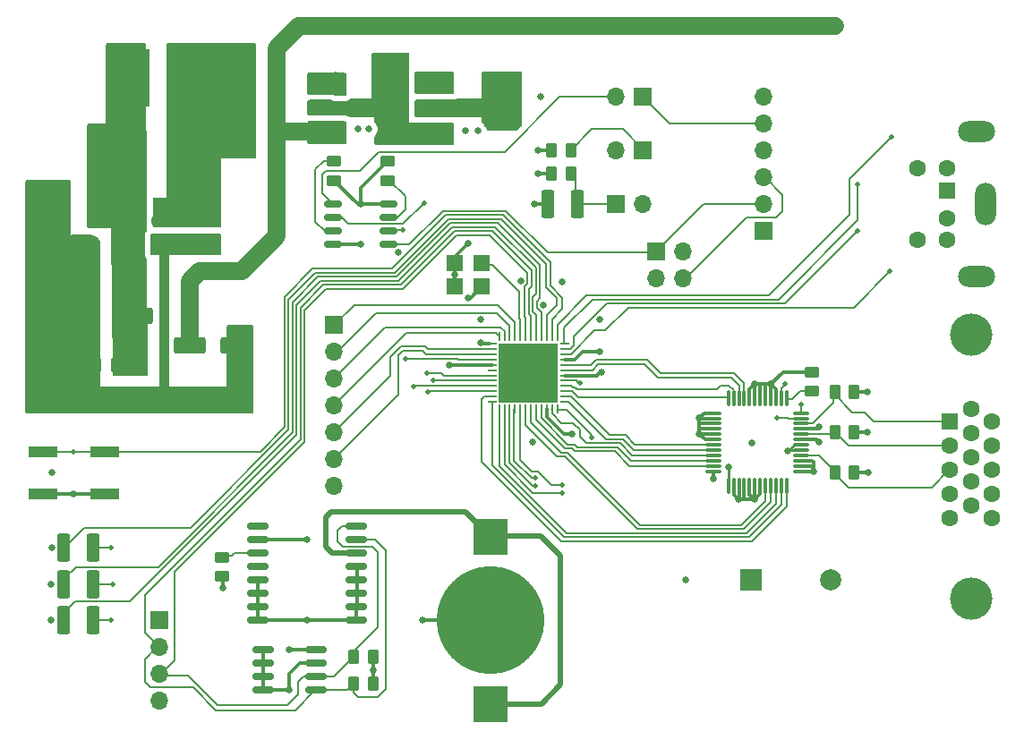
<source format=gbr>
%TF.GenerationSoftware,KiCad,Pcbnew,7.0.9-7.0.9~ubuntu20.04.1*%
%TF.CreationDate,2024-02-01T14:13:27+00:00*%
%TF.ProjectId,ICE40UPDevBoard,49434534-3055-4504-9465-76426f617264,rev?*%
%TF.SameCoordinates,Original*%
%TF.FileFunction,Copper,L1,Top*%
%TF.FilePolarity,Positive*%
%FSLAX46Y46*%
G04 Gerber Fmt 4.6, Leading zero omitted, Abs format (unit mm)*
G04 Created by KiCad (PCBNEW 7.0.9-7.0.9~ubuntu20.04.1) date 2024-02-01 14:13:27*
%MOMM*%
%LPD*%
G01*
G04 APERTURE LIST*
G04 Aperture macros list*
%AMRoundRect*
0 Rectangle with rounded corners*
0 $1 Rounding radius*
0 $2 $3 $4 $5 $6 $7 $8 $9 X,Y pos of 4 corners*
0 Add a 4 corners polygon primitive as box body*
4,1,4,$2,$3,$4,$5,$6,$7,$8,$9,$2,$3,0*
0 Add four circle primitives for the rounded corners*
1,1,$1+$1,$2,$3*
1,1,$1+$1,$4,$5*
1,1,$1+$1,$6,$7*
1,1,$1+$1,$8,$9*
0 Add four rect primitives between the rounded corners*
20,1,$1+$1,$2,$3,$4,$5,0*
20,1,$1+$1,$4,$5,$6,$7,0*
20,1,$1+$1,$6,$7,$8,$9,0*
20,1,$1+$1,$8,$9,$2,$3,0*%
G04 Aperture macros list end*
%TA.AperFunction,SMDPad,CuDef*%
%ADD10R,2.800000X1.000000*%
%TD*%
%TA.AperFunction,SMDPad,CuDef*%
%ADD11RoundRect,0.150000X-0.675000X-0.150000X0.675000X-0.150000X0.675000X0.150000X-0.675000X0.150000X0*%
%TD*%
%TA.AperFunction,ComponentPad*%
%ADD12R,1.700000X1.700000*%
%TD*%
%TA.AperFunction,ComponentPad*%
%ADD13O,1.700000X1.700000*%
%TD*%
%TA.AperFunction,SMDPad,CuDef*%
%ADD14RoundRect,0.250000X0.375000X1.075000X-0.375000X1.075000X-0.375000X-1.075000X0.375000X-1.075000X0*%
%TD*%
%TA.AperFunction,SMDPad,CuDef*%
%ADD15RoundRect,0.250000X0.450000X-0.262500X0.450000X0.262500X-0.450000X0.262500X-0.450000X-0.262500X0*%
%TD*%
%TA.AperFunction,SMDPad,CuDef*%
%ADD16RoundRect,0.250000X-0.262500X-0.450000X0.262500X-0.450000X0.262500X0.450000X-0.262500X0.450000X0*%
%TD*%
%TA.AperFunction,SMDPad,CuDef*%
%ADD17RoundRect,0.250000X-1.250000X-0.550000X1.250000X-0.550000X1.250000X0.550000X-1.250000X0.550000X0*%
%TD*%
%TA.AperFunction,ComponentPad*%
%ADD18R,2.300000X1.500000*%
%TD*%
%TA.AperFunction,ComponentPad*%
%ADD19O,2.300000X1.500000*%
%TD*%
%TA.AperFunction,SMDPad,CuDef*%
%ADD20RoundRect,0.250000X-0.375000X-1.075000X0.375000X-1.075000X0.375000X1.075000X-0.375000X1.075000X0*%
%TD*%
%TA.AperFunction,SMDPad,CuDef*%
%ADD21R,2.900000X5.400000*%
%TD*%
%TA.AperFunction,ComponentPad*%
%ADD22R,1.600000X1.600000*%
%TD*%
%TA.AperFunction,ComponentPad*%
%ADD23C,1.600000*%
%TD*%
%TA.AperFunction,ComponentPad*%
%ADD24O,3.500000X2.000000*%
%TD*%
%TA.AperFunction,ComponentPad*%
%ADD25O,2.000000X4.000000*%
%TD*%
%TA.AperFunction,SMDPad,CuDef*%
%ADD26R,2.000000X1.500000*%
%TD*%
%TA.AperFunction,SMDPad,CuDef*%
%ADD27R,2.000000X3.800000*%
%TD*%
%TA.AperFunction,SMDPad,CuDef*%
%ADD28RoundRect,0.250000X0.262500X0.450000X-0.262500X0.450000X-0.262500X-0.450000X0.262500X-0.450000X0*%
%TD*%
%TA.AperFunction,SMDPad,CuDef*%
%ADD29R,1.600000X1.500000*%
%TD*%
%TA.AperFunction,SMDPad,CuDef*%
%ADD30R,3.300000X3.500000*%
%TD*%
%TA.AperFunction,SMDPad,CuDef*%
%ADD31C,10.200000*%
%TD*%
%TA.AperFunction,ComponentPad*%
%ADD32R,2.000000X2.000000*%
%TD*%
%TA.AperFunction,ComponentPad*%
%ADD33C,2.000000*%
%TD*%
%TA.AperFunction,ComponentPad*%
%ADD34R,3.500000X3.500000*%
%TD*%
%TA.AperFunction,ComponentPad*%
%ADD35RoundRect,0.750000X-0.750000X-1.000000X0.750000X-1.000000X0.750000X1.000000X-0.750000X1.000000X0*%
%TD*%
%TA.AperFunction,ComponentPad*%
%ADD36RoundRect,0.875000X-0.875000X-0.875000X0.875000X-0.875000X0.875000X0.875000X-0.875000X0.875000X0*%
%TD*%
%TA.AperFunction,SMDPad,CuDef*%
%ADD37RoundRect,0.062500X-0.375000X-0.062500X0.375000X-0.062500X0.375000X0.062500X-0.375000X0.062500X0*%
%TD*%
%TA.AperFunction,SMDPad,CuDef*%
%ADD38RoundRect,0.062500X-0.062500X-0.375000X0.062500X-0.375000X0.062500X0.375000X-0.062500X0.375000X0*%
%TD*%
%TA.AperFunction,SMDPad,CuDef*%
%ADD39R,5.600000X5.600000*%
%TD*%
%TA.AperFunction,SMDPad,CuDef*%
%ADD40RoundRect,0.150000X-0.875000X-0.150000X0.875000X-0.150000X0.875000X0.150000X-0.875000X0.150000X0*%
%TD*%
%TA.AperFunction,SMDPad,CuDef*%
%ADD41RoundRect,0.075000X-0.662500X-0.075000X0.662500X-0.075000X0.662500X0.075000X-0.662500X0.075000X0*%
%TD*%
%TA.AperFunction,SMDPad,CuDef*%
%ADD42RoundRect,0.075000X-0.075000X-0.662500X0.075000X-0.662500X0.075000X0.662500X-0.075000X0.662500X0*%
%TD*%
%TA.AperFunction,SMDPad,CuDef*%
%ADD43RoundRect,0.250000X-0.475000X0.250000X-0.475000X-0.250000X0.475000X-0.250000X0.475000X0.250000X0*%
%TD*%
%TA.AperFunction,SMDPad,CuDef*%
%ADD44RoundRect,0.250000X0.250000X0.475000X-0.250000X0.475000X-0.250000X-0.475000X0.250000X-0.475000X0*%
%TD*%
%TA.AperFunction,ComponentPad*%
%ADD45C,4.000000*%
%TD*%
%TA.AperFunction,SMDPad,CuDef*%
%ADD46RoundRect,0.250000X-0.450000X0.262500X-0.450000X-0.262500X0.450000X-0.262500X0.450000X0.262500X0*%
%TD*%
%TA.AperFunction,SMDPad,CuDef*%
%ADD47RoundRect,0.250000X1.500000X0.550000X-1.500000X0.550000X-1.500000X-0.550000X1.500000X-0.550000X0*%
%TD*%
%TA.AperFunction,SMDPad,CuDef*%
%ADD48RoundRect,0.150000X-0.825000X-0.150000X0.825000X-0.150000X0.825000X0.150000X-0.825000X0.150000X0*%
%TD*%
%TA.AperFunction,ViaPad*%
%ADD49C,0.635000*%
%TD*%
%TA.AperFunction,ViaPad*%
%ADD50C,0.508000*%
%TD*%
%TA.AperFunction,ViaPad*%
%ADD51C,0.762000*%
%TD*%
%TA.AperFunction,Conductor*%
%ADD52C,0.508000*%
%TD*%
%TA.AperFunction,Conductor*%
%ADD53C,0.317500*%
%TD*%
%TA.AperFunction,Conductor*%
%ADD54C,0.190500*%
%TD*%
%TA.AperFunction,Conductor*%
%ADD55C,1.651000*%
%TD*%
%TA.AperFunction,Conductor*%
%ADD56C,0.254000*%
%TD*%
G04 APERTURE END LIST*
D10*
%TO.P,SW1,1,1*%
%TO.N,BUTTON0*%
X155342000Y-108490000D03*
X161142000Y-108490000D03*
%TO.P,SW1,2,2*%
%TO.N,GND*%
X155342000Y-112490000D03*
X161142000Y-112490000D03*
%TD*%
D11*
%TO.P,U6,1,~{CS}*%
%TO.N,Net-(J5-Pin_2)*%
X182795000Y-85090000D03*
%TO.P,U6,2,DO(IO1)*%
%TO.N,/FLASH_MISO*%
X182795000Y-86360000D03*
%TO.P,U6,3,IO2*%
%TO.N,Net-(U6-IO2)*%
X182795000Y-87630000D03*
%TO.P,U6,4,GND*%
%TO.N,GND*%
X182795000Y-88900000D03*
%TO.P,U6,5,DI(IO0)*%
%TO.N,/FLASH_MOSI*%
X188045000Y-88900000D03*
%TO.P,U6,6,CLK*%
%TO.N,/ICE_SCK*%
X188045000Y-87630000D03*
%TO.P,U6,7,IO3*%
%TO.N,Net-(U6-IO3)*%
X188045000Y-86360000D03*
%TO.P,U6,8,VCC*%
%TO.N,+3V3*%
X188045000Y-85090000D03*
%TD*%
D12*
%TO.P,J4,1,Pin_1*%
%TO.N,/~{CRESET_B}*%
X212090000Y-80010000D03*
D13*
%TO.P,J4,2,Pin_2*%
%TO.N,GND*%
X209550000Y-80010000D03*
%TD*%
D14*
%TO.P,D2,1,K*%
%TO.N,Net-(D2-K)*%
X205870000Y-85090000D03*
%TO.P,D2,2,A*%
%TO.N,+3V3*%
X203070000Y-85090000D03*
%TD*%
D15*
%TO.P,R26,1*%
%TO.N,+3V3*%
X172290000Y-120292500D03*
%TO.P,R26,2*%
%TO.N,RTCSQWAVE*%
X172290000Y-118467500D03*
%TD*%
D12*
%TO.P,J7,1,Pin_1*%
%TO.N,+3V3*%
X223520000Y-87630000D03*
D13*
%TO.P,J7,2,Pin_2*%
%TO.N,/FLASH_MOSI*%
X223520000Y-85090000D03*
%TO.P,J7,3,Pin_3*%
%TO.N,/FLASH_MISO*%
X223520000Y-82550000D03*
%TO.P,J7,4,Pin_4*%
%TO.N,/ICE_SCK*%
X223520000Y-80010000D03*
%TO.P,J7,5,Pin_5*%
%TO.N,/ICE_SS*%
X223520000Y-77470000D03*
%TO.P,J7,6,Pin_6*%
%TO.N,GND*%
X223520000Y-74930000D03*
%TD*%
D16*
%TO.P,R6,1*%
%TO.N,GREEN*%
X230227500Y-106680000D03*
%TO.P,R6,2*%
%TO.N,GND*%
X232052500Y-106680000D03*
%TD*%
D17*
%TO.P,C32,1*%
%TO.N,+5V*%
X169250000Y-98425000D03*
%TO.P,C32,2*%
%TO.N,GND*%
X173650000Y-98425000D03*
%TD*%
D12*
%TO.P,J8,1,Pin_1*%
%TO.N,USER0*%
X182880000Y-96520000D03*
D13*
%TO.P,J8,2,Pin_2*%
%TO.N,USER1*%
X182880000Y-99060000D03*
%TO.P,J8,3,Pin_3*%
%TO.N,USER2*%
X182880000Y-101600000D03*
%TO.P,J8,4,Pin_4*%
%TO.N,USER3*%
X182880000Y-104140000D03*
%TO.P,J8,5,Pin_5*%
%TO.N,USER4*%
X182880000Y-106680000D03*
%TO.P,J8,6,Pin_6*%
%TO.N,USER5*%
X182880000Y-109220000D03*
%TO.P,J8,7,Pin_7*%
%TO.N,GND*%
X182880000Y-111760000D03*
%TD*%
D18*
%TO.P,U8,1,+Vin*%
%TO.N,/VCCEXTI*%
X170419500Y-86360000D03*
D19*
%TO.P,U8,2,GND*%
%TO.N,GND*%
X170419500Y-88900000D03*
%TO.P,U8,3,+Vout*%
%TO.N,+5V*%
X170419500Y-91440000D03*
%TD*%
D12*
%TO.P,J5,1,Pin_1*%
%TO.N,/ICE_SS*%
X212095000Y-74930000D03*
D13*
%TO.P,J5,2,Pin_2*%
%TO.N,Net-(J5-Pin_2)*%
X209555000Y-74930000D03*
%TD*%
D20*
%TO.P,D3,1,K*%
%TO.N,LED0*%
X157286500Y-117602000D03*
%TO.P,D3,2,A*%
%TO.N,Net-(D3-A)*%
X160086500Y-117602000D03*
%TD*%
D16*
%TO.P,R7,1*%
%TO.N,BLUE*%
X230227500Y-110490000D03*
%TO.P,R7,2*%
%TO.N,GND*%
X232052500Y-110490000D03*
%TD*%
D21*
%TO.P,L1,1,1*%
%TO.N,/VCCEXT*%
X163960000Y-73152000D03*
%TO.P,L1,2,2*%
%TO.N,/VCCEXTI*%
X173860000Y-73152000D03*
%TD*%
D22*
%TO.P,J3,1*%
%TO.N,Net-(J3-Pad1)*%
X240825000Y-83790000D03*
D23*
%TO.P,J3,2*%
%TO.N,Net-(J3-Pad2)*%
X240825000Y-86390000D03*
%TO.P,J3,3*%
%TO.N,GND*%
X240825000Y-81690000D03*
%TO.P,J3,4*%
%TO.N,+5V*%
X240825000Y-88490000D03*
%TO.P,J3,5*%
%TO.N,Net-(J3-Pad5)*%
X238025000Y-81690000D03*
%TO.P,J3,6*%
%TO.N,Net-(J3-Pad6)*%
X238025000Y-88490000D03*
D24*
%TO.P,J3,7*%
%TO.N,N/C*%
X243675000Y-91940000D03*
D25*
X244475000Y-85090000D03*
D24*
X243675000Y-78240000D03*
%TD*%
D26*
%TO.P,U4,1,GND*%
%TO.N,GND*%
X181610000Y-73660000D03*
%TO.P,U4,2,VO*%
%TO.N,+3V3*%
X181610000Y-75960000D03*
D27*
X187910000Y-75960000D03*
D26*
%TO.P,U4,3,VI*%
%TO.N,+5V*%
X181610000Y-78260000D03*
%TD*%
D28*
%TO.P,R24,1*%
%TO.N,+3V3*%
X186537500Y-127889000D03*
%TO.P,R24,2*%
%TO.N,I2C_SCL*%
X184712500Y-127889000D03*
%TD*%
%TO.P,R19,1*%
%TO.N,Net-(D2-K)*%
X205255500Y-82169000D03*
%TO.P,R19,2*%
%TO.N,GND*%
X203430500Y-82169000D03*
%TD*%
D29*
%TO.P,X1,1,OE*%
%TO.N,+3V3*%
X194310000Y-92860000D03*
%TO.P,X1,2,GND*%
%TO.N,GND*%
X196850000Y-92860000D03*
%TO.P,X1,3,OUT*%
%TO.N,GLOBAL_CLK*%
X196850000Y-90660000D03*
%TO.P,X1,4,Vcc*%
%TO.N,+3V3*%
X194310000Y-90660000D03*
%TD*%
D28*
%TO.P,R25,1*%
%TO.N,+3V3*%
X186537500Y-130429000D03*
%TO.P,R25,2*%
%TO.N,I2C_SDA*%
X184712500Y-130429000D03*
%TD*%
D30*
%TO.P,BT1,1,+*%
%TO.N,/Other/VBAT*%
X197690000Y-132360000D03*
X197690000Y-116560000D03*
D31*
%TO.P,BT1,2,-*%
%TO.N,GND*%
X197690000Y-124460000D03*
%TD*%
D32*
%TO.P,SP1,1,1*%
%TO.N,Net-(R32-Pad2)*%
X222270000Y-120650000D03*
D33*
%TO.P,SP1,2,2*%
%TO.N,BUZZER*%
X229870000Y-120650000D03*
%TD*%
D34*
%TO.P,CON2,1*%
%TO.N,/VCCEXT*%
X161956000Y-85021500D03*
D35*
%TO.P,CON2,2*%
%TO.N,GND*%
X155956000Y-85021500D03*
D36*
%TO.P,CON2,3*%
X158956000Y-89721500D03*
%TD*%
D20*
%TO.P,D4,1,K*%
%TO.N,LED1*%
X157286500Y-121031000D03*
%TO.P,D4,2,A*%
%TO.N,Net-(D4-A)*%
X160086500Y-121031000D03*
%TD*%
D26*
%TO.P,U1,1,GND*%
%TO.N,GND*%
X191770000Y-73660000D03*
%TO.P,U1,2,VO*%
%TO.N,+1V2*%
X191770000Y-75960000D03*
D27*
X198070000Y-75960000D03*
D26*
%TO.P,U1,3,VI*%
%TO.N,+3V3*%
X191770000Y-78260000D03*
%TD*%
D15*
%TO.P,R4,1*%
%TO.N,Net-(U5D-RSET)*%
X228092000Y-102766500D03*
%TO.P,R4,2*%
%TO.N,GND*%
X228092000Y-100941500D03*
%TD*%
%TO.P,R23,1*%
%TO.N,+3V3*%
X182880000Y-82827500D03*
%TO.P,R23,2*%
%TO.N,Net-(U6-IO2)*%
X182880000Y-81002500D03*
%TD*%
D37*
%TO.P,U2,1,VCCIO_2*%
%TO.N,+3V3*%
X197792500Y-98280000D03*
%TO.P,U2,2,IOB_6a*%
%TO.N,USER4*%
X197792500Y-98780000D03*
%TO.P,U2,3,IOB_9b*%
%TO.N,USER5*%
X197792500Y-99280000D03*
%TO.P,U2,4,IOB_8a*%
%TO.N,BUZZER*%
X197792500Y-99780000D03*
%TO.P,U2,5,VCC*%
%TO.N,+1V2*%
X197792500Y-100280000D03*
%TO.P,U2,6,IOB_13b*%
%TO.N,unconnected-(U2B-IOB_13b-Pad6)*%
X197792500Y-100780000D03*
%TO.P,U2,7,CDONE*%
%TO.N,/CDONE*%
X197792500Y-101280000D03*
%TO.P,U2,8,~{CRESET}*%
%TO.N,/~{CRESET_B}*%
X197792500Y-101780000D03*
%TO.P,U2,9,IOB_16a*%
%TO.N,HSYNC*%
X197792500Y-102280000D03*
%TO.P,U2,10,IOB_18a*%
%TO.N,VSYNC*%
X197792500Y-102780000D03*
%TO.P,U2,11,IOB_20a*%
%TO.N,DACCLK*%
X197792500Y-103280000D03*
%TO.P,U2,12,IOB_22a*%
%TO.N,BLUE3*%
X197792500Y-103780000D03*
D38*
%TO.P,U2,13,IOB_24a*%
%TO.N,BLUE2*%
X198480000Y-104467500D03*
%TO.P,U2,14,IOB_32a_SPI_SO*%
%TO.N,/ICE_MISO*%
X198980000Y-104467500D03*
%TO.P,U2,15,IOB_34a_SPI_SCK*%
%TO.N,/ICE_SCK*%
X199480000Y-104467500D03*
%TO.P,U2,16,IOB_35b_SPI_SS*%
%TO.N,/ICE_SS*%
X199980000Y-104467500D03*
%TO.P,U2,17,IOB_33b_SPI_SI*%
%TO.N,/ICE_MOSI*%
X200480000Y-104467500D03*
%TO.P,U2,18,IOB_31b*%
%TO.N,BLUE1*%
X200980000Y-104467500D03*
%TO.P,U2,19,IOB_29b*%
%TO.N,BLUE0*%
X201480000Y-104467500D03*
%TO.P,U2,20,IOB_25b_G3*%
%TO.N,~{VGABLANK}*%
X201980000Y-104467500D03*
%TO.P,U2,21,IOB_23b*%
%TO.N,GREEN3*%
X202480000Y-104467500D03*
%TO.P,U2,22,SPI_VCCIO1*%
%TO.N,+3V3*%
X202980000Y-104467500D03*
%TO.P,U2,23,IOT_37a*%
%TO.N,GREEN2*%
X203480000Y-104467500D03*
%TO.P,U2,24,VPP_2V5*%
%TO.N,/VPP_2V5*%
X203980000Y-104467500D03*
D37*
%TO.P,U2,25,IOT_36b*%
%TO.N,GREEN1*%
X204667500Y-103780000D03*
%TO.P,U2,26,IOT_39a*%
%TO.N,GREEN0*%
X204667500Y-103280000D03*
%TO.P,U2,27,IOT_38b*%
%TO.N,RED3*%
X204667500Y-102780000D03*
%TO.P,U2,28,IOT_41a*%
%TO.N,RED2*%
X204667500Y-102280000D03*
%TO.P,U2,29,VCCPLL*%
%TO.N,Net-(U2D-VCCPLL)*%
X204667500Y-101780000D03*
%TO.P,U2,30,VCC*%
%TO.N,+1V2*%
X204667500Y-101280000D03*
%TO.P,U2,31,IOT_42b*%
%TO.N,RED1*%
X204667500Y-100780000D03*
%TO.P,U2,32,IOT_43a*%
%TO.N,RED0*%
X204667500Y-100280000D03*
%TO.P,U2,33,VCCIO_0*%
%TO.N,+3V3*%
X204667500Y-99780000D03*
%TO.P,U2,34,IOT_44b*%
%TO.N,PS2BCLK*%
X204667500Y-99280000D03*
%TO.P,U2,35,IOT_46b_G0*%
%TO.N,PS2BDATA*%
X204667500Y-98780000D03*
%TO.P,U2,36,IOT_48b*%
%TO.N,PS2ADATA*%
X204667500Y-98280000D03*
D38*
%TO.P,U2,37,IOT_45a_G1*%
%TO.N,PS2ACLK*%
X203980000Y-97592500D03*
%TO.P,U2,38,IOT_50b*%
%TO.N,BUTTON0*%
X203480000Y-97592500D03*
%TO.P,U2,39,RGB0*%
%TO.N,LED0*%
X202980000Y-97592500D03*
%TO.P,U2,40,RGB1*%
%TO.N,LED1*%
X202480000Y-97592500D03*
%TO.P,U2,41,RGB2*%
%TO.N,LED2*%
X201980000Y-97592500D03*
%TO.P,U2,42,IOT_51a*%
%TO.N,I2C_SDA*%
X201480000Y-97592500D03*
%TO.P,U2,43,IOT_49a*%
%TO.N,I2C_SCL*%
X200980000Y-97592500D03*
%TO.P,U2,44,IOB_3b_G6*%
%TO.N,GLOBAL_CLK*%
X200480000Y-97592500D03*
%TO.P,U2,45,IOB_5b*%
%TO.N,USER0*%
X199980000Y-97592500D03*
%TO.P,U2,46,IOB_0a*%
%TO.N,USER1*%
X199480000Y-97592500D03*
%TO.P,U2,47,IOB_2a*%
%TO.N,USER2*%
X198980000Y-97592500D03*
%TO.P,U2,48,IOB_4a*%
%TO.N,USER3*%
X198480000Y-97592500D03*
D39*
%TO.P,U2,49,GND*%
%TO.N,GND*%
X201230000Y-101030000D03*
%TD*%
D40*
%TO.P,U3,1,32KHZ*%
%TO.N,unconnected-(U3-32KHZ-Pad1)*%
X175690000Y-115570000D03*
%TO.P,U3,2,VCC*%
%TO.N,+3V3*%
X175690000Y-116840000D03*
%TO.P,U3,3,~{INT}/SQW*%
%TO.N,RTCSQWAVE*%
X175690000Y-118110000D03*
%TO.P,U3,4,~{RST}*%
%TO.N,unconnected-(U3-~{RST}-Pad4)*%
X175690000Y-119380000D03*
%TO.P,U3,5,GND*%
%TO.N,GND*%
X175690000Y-120650000D03*
%TO.P,U3,6,GND*%
X175690000Y-121920000D03*
%TO.P,U3,7,GND*%
X175690000Y-123190000D03*
%TO.P,U3,8,GND*%
X175690000Y-124460000D03*
%TO.P,U3,9,GND*%
X184990000Y-124460000D03*
%TO.P,U3,10,GND*%
X184990000Y-123190000D03*
%TO.P,U3,11,GND*%
X184990000Y-121920000D03*
%TO.P,U3,12,GND*%
X184990000Y-120650000D03*
%TO.P,U3,13,GND*%
X184990000Y-119380000D03*
%TO.P,U3,14,VBAT*%
%TO.N,/Other/VBAT*%
X184990000Y-118110000D03*
%TO.P,U3,15,SDA*%
%TO.N,I2C_SDA*%
X184990000Y-116840000D03*
%TO.P,U3,16,SCL*%
%TO.N,I2C_SCL*%
X184990000Y-115570000D03*
%TD*%
D41*
%TO.P,U5,1,G0*%
%TO.N,GND*%
X218752500Y-104847500D03*
%TO.P,U5,2,G1*%
X218752500Y-105347500D03*
%TO.P,U5,3,G2*%
X218752500Y-105847500D03*
%TO.P,U5,4,G3*%
X218752500Y-106347500D03*
%TO.P,U5,5,G4*%
X218752500Y-106847500D03*
%TO.P,U5,6,G5*%
X218752500Y-107347500D03*
%TO.P,U5,7,G6*%
%TO.N,GREEN0*%
X218752500Y-107847500D03*
%TO.P,U5,8,G7*%
%TO.N,GREEN1*%
X218752500Y-108347500D03*
%TO.P,U5,9,G8*%
%TO.N,GREEN2*%
X218752500Y-108847500D03*
%TO.P,U5,10,G9*%
%TO.N,GREEN3*%
X218752500Y-109347500D03*
%TO.P,U5,11,~{BLANK}*%
%TO.N,~{VGABLANK}*%
X218752500Y-109847500D03*
%TO.P,U5,12,~{SYNC}*%
%TO.N,GND*%
X218752500Y-110347500D03*
D42*
%TO.P,U5,13,VAA*%
%TO.N,+3.3VDAC*%
X220165000Y-111760000D03*
%TO.P,U5,14,B0*%
%TO.N,GND*%
X220665000Y-111760000D03*
%TO.P,U5,15,B1*%
X221165000Y-111760000D03*
%TO.P,U5,16,B2*%
X221665000Y-111760000D03*
%TO.P,U5,17,B3*%
X222165000Y-111760000D03*
%TO.P,U5,18,B4*%
X222665000Y-111760000D03*
%TO.P,U5,19,B5*%
X223165000Y-111760000D03*
%TO.P,U5,20,B6*%
%TO.N,BLUE0*%
X223665000Y-111760000D03*
%TO.P,U5,21,B7*%
%TO.N,BLUE1*%
X224165000Y-111760000D03*
%TO.P,U5,22,B8*%
%TO.N,BLUE2*%
X224665000Y-111760000D03*
%TO.P,U5,23,B9*%
%TO.N,BLUE3*%
X225165000Y-111760000D03*
%TO.P,U5,24,CLOCK*%
%TO.N,DACCLK*%
X225665000Y-111760000D03*
D41*
%TO.P,U5,25,GND*%
%TO.N,GND*%
X227077500Y-110347500D03*
%TO.P,U5,26,GND*%
X227077500Y-109847500D03*
%TO.P,U5,27,~{IOB}*%
X227077500Y-109347500D03*
%TO.P,U5,28,IOB*%
%TO.N,BLUE*%
X227077500Y-108847500D03*
%TO.P,U5,29,VAA*%
%TO.N,+3.3VDAC*%
X227077500Y-108347500D03*
%TO.P,U5,30,VAA*%
X227077500Y-107847500D03*
%TO.P,U5,31,~{IOG}*%
%TO.N,GND*%
X227077500Y-107347500D03*
%TO.P,U5,32,IOG*%
%TO.N,GREEN*%
X227077500Y-106847500D03*
%TO.P,U5,33,~{IOR}*%
%TO.N,GND*%
X227077500Y-106347500D03*
%TO.P,U5,34,IOR*%
%TO.N,RED*%
X227077500Y-105847500D03*
%TO.P,U5,35,COMP*%
%TO.N,Net-(U5D-COMP)*%
X227077500Y-105347500D03*
%TO.P,U5,36,VREF*%
%TO.N,Net-(U5D-VREF)*%
X227077500Y-104847500D03*
D42*
%TO.P,U5,37,RSET*%
%TO.N,Net-(U5D-RSET)*%
X225665000Y-103435000D03*
%TO.P,U5,38,~{PSAVE}*%
%TO.N,Net-(U5D-~{PSAVE})*%
X225165000Y-103435000D03*
%TO.P,U5,39,R0*%
%TO.N,GND*%
X224665000Y-103435000D03*
%TO.P,U5,40,R1*%
X224165000Y-103435000D03*
%TO.P,U5,41,R2*%
X223665000Y-103435000D03*
%TO.P,U5,42,R3*%
X223165000Y-103435000D03*
%TO.P,U5,43,R4*%
X222665000Y-103435000D03*
%TO.P,U5,44,R5*%
X222165000Y-103435000D03*
%TO.P,U5,45,R6*%
%TO.N,RED0*%
X221665000Y-103435000D03*
%TO.P,U5,46,R7*%
%TO.N,RED1*%
X221165000Y-103435000D03*
%TO.P,U5,47,R8*%
%TO.N,RED2*%
X220665000Y-103435000D03*
%TO.P,U5,48,R9*%
%TO.N,RED3*%
X220165000Y-103435000D03*
%TD*%
D12*
%TO.P,J1,1,Pin_1*%
%TO.N,Net-(D2-K)*%
X209550000Y-85090000D03*
D13*
%TO.P,J1,2,Pin_2*%
%TO.N,/CDONE*%
X212090000Y-85090000D03*
%TD*%
D12*
%TO.P,J6,1,Pin_1*%
%TO.N,/FLASH_MOSI*%
X213360000Y-89535000D03*
D13*
%TO.P,J6,2,Pin_2*%
%TO.N,/ICE_MISO*%
X215900000Y-89535000D03*
%TO.P,J6,3,Pin_3*%
%TO.N,/ICE_MOSI*%
X213360000Y-92075000D03*
%TO.P,J6,4,Pin_4*%
%TO.N,/FLASH_MISO*%
X215900000Y-92075000D03*
%TD*%
D20*
%TO.P,D5,1,K*%
%TO.N,LED2*%
X157286500Y-124460000D03*
%TO.P,D5,2,A*%
%TO.N,Net-(D5-A)*%
X160086500Y-124460000D03*
%TD*%
D43*
%TO.P,C31,1*%
%TO.N,/VCCEXTI*%
X166370000Y-86680000D03*
%TO.P,C31,2*%
%TO.N,GND*%
X166370000Y-88580000D03*
%TD*%
D12*
%TO.P,J9,1,Pin_1*%
%TO.N,+3V3*%
X166370000Y-124460000D03*
D13*
%TO.P,J9,2,Pin_2*%
%TO.N,I2C_SDA*%
X166370000Y-127000000D03*
%TO.P,J9,3,Pin_3*%
%TO.N,I2C_SCL*%
X166370000Y-129540000D03*
%TO.P,J9,4,Pin_4*%
%TO.N,GND*%
X166370000Y-132080000D03*
%TD*%
D16*
%TO.P,R3,1*%
%TO.N,+3V3*%
X203430500Y-80010000D03*
%TO.P,R3,2*%
%TO.N,/~{CRESET_B}*%
X205255500Y-80010000D03*
%TD*%
D44*
%TO.P,C30,1*%
%TO.N,/VCCEXT*%
X162240000Y-100330000D03*
%TO.P,C30,2*%
%TO.N,GND*%
X160340000Y-100330000D03*
%TD*%
D45*
%TO.P,J2,0*%
%TO.N,GND*%
X243160669Y-122434669D03*
X243160669Y-97434669D03*
D22*
%TO.P,J2,1*%
%TO.N,RED*%
X241110669Y-105619669D03*
D23*
%TO.P,J2,2*%
%TO.N,GREEN*%
X241110669Y-107909669D03*
%TO.P,J2,3*%
%TO.N,BLUE*%
X241110669Y-110199669D03*
%TO.P,J2,4*%
%TO.N,unconnected-(J2-Pad4)*%
X241110669Y-112489669D03*
%TO.P,J2,5*%
%TO.N,GND*%
X241110669Y-114779669D03*
%TO.P,J2,6*%
X243090669Y-104474669D03*
%TO.P,J2,7*%
X243090669Y-106764669D03*
%TO.P,J2,8*%
X243090669Y-109054669D03*
%TO.P,J2,9*%
%TO.N,unconnected-(J2-Pad9)*%
X243090669Y-111344669D03*
%TO.P,J2,10*%
%TO.N,GND*%
X243090669Y-113634669D03*
%TO.P,J2,11*%
%TO.N,unconnected-(J2-Pad11)*%
X245070669Y-105619669D03*
%TO.P,J2,12*%
%TO.N,unconnected-(J2-Pad12)*%
X245070669Y-107909669D03*
%TO.P,J2,13*%
%TO.N,Net-(J2-Pad13)*%
X245070669Y-110199669D03*
%TO.P,J2,14*%
%TO.N,Net-(J2-Pad14)*%
X245070669Y-112489669D03*
%TO.P,J2,15*%
%TO.N,unconnected-(J2-Pad15)*%
X245070669Y-114779669D03*
%TD*%
D46*
%TO.P,R22,1*%
%TO.N,+3V3*%
X187960000Y-81002500D03*
%TO.P,R22,2*%
%TO.N,Net-(U6-IO3)*%
X187960000Y-82827500D03*
%TD*%
D16*
%TO.P,R1,1*%
%TO.N,RED*%
X230227500Y-102870000D03*
%TO.P,R1,2*%
%TO.N,GND*%
X232052500Y-102870000D03*
%TD*%
D47*
%TO.P,C29,1*%
%TO.N,/VCCEXT*%
X163990000Y-95631000D03*
%TO.P,C29,2*%
%TO.N,GND*%
X158590000Y-95631000D03*
%TD*%
D48*
%TO.P,U7,1,A0*%
%TO.N,GND*%
X176165000Y-127254000D03*
%TO.P,U7,2,A1*%
X176165000Y-128524000D03*
%TO.P,U7,3,A2*%
X176165000Y-129794000D03*
%TO.P,U7,4,GND*%
X176165000Y-131064000D03*
%TO.P,U7,5,SDA*%
%TO.N,I2C_SDA*%
X181115000Y-131064000D03*
%TO.P,U7,6,SCL*%
%TO.N,I2C_SCL*%
X181115000Y-129794000D03*
%TO.P,U7,7,WP*%
%TO.N,GND*%
X181115000Y-128524000D03*
%TO.P,U7,8,VCC*%
%TO.N,+3V3*%
X181115000Y-127254000D03*
%TD*%
D49*
%TO.N,GND*%
X157480000Y-97790000D03*
X170180000Y-103632000D03*
X162052000Y-103632000D03*
X224155000Y-102108000D03*
X228219000Y-110363000D03*
X228727000Y-106172000D03*
X168148000Y-103632000D03*
X196469000Y-78105000D03*
X200533000Y-92329000D03*
X201676000Y-107569000D03*
X186182000Y-77978000D03*
X218752500Y-111056500D03*
X183642000Y-73406000D03*
X200152000Y-102870000D03*
X157480000Y-100330000D03*
X203073000Y-99187000D03*
X233426000Y-110490000D03*
X233299000Y-106680000D03*
X154940000Y-95250000D03*
X185420000Y-88900000D03*
X217424000Y-106807000D03*
X157480000Y-102870000D03*
X217424000Y-105283000D03*
X228727000Y-107569000D03*
X193802000Y-73406000D03*
X158242000Y-112522000D03*
X201676000Y-102870000D03*
X196723000Y-96012000D03*
X200152000Y-99187000D03*
X154940000Y-92710000D03*
X174244000Y-103632000D03*
X221107000Y-113030000D03*
X203581000Y-102870000D03*
X202184000Y-82169000D03*
X204470000Y-92456000D03*
X191213000Y-124460000D03*
X183007000Y-72898000D03*
X222631000Y-102108000D03*
X154940000Y-97790000D03*
X216154000Y-120650000D03*
X159512000Y-103632000D03*
X195580000Y-93919000D03*
X201676000Y-99187000D03*
X166116000Y-103632000D03*
X208026000Y-96012000D03*
X222631000Y-113030000D03*
X164084000Y-103632000D03*
X203073000Y-100203000D03*
X178640000Y-131064000D03*
X185166000Y-77978000D03*
X195326000Y-78105000D03*
X233299000Y-102870000D03*
X154940000Y-100330000D03*
X199136000Y-100203000D03*
X180340000Y-124460000D03*
X172212000Y-103632000D03*
X154940000Y-90170000D03*
X193167000Y-72898000D03*
X154940000Y-102870000D03*
%TO.N,+3V3*%
X178640000Y-127254000D03*
X186537500Y-129159000D03*
X156083000Y-124460000D03*
X187833000Y-73152000D03*
X156210000Y-110490000D03*
X188722000Y-72898000D03*
X202438000Y-74930000D03*
X196723000Y-98171000D03*
X189865000Y-77978000D03*
X195580000Y-88755000D03*
X202184000Y-80010000D03*
X193167000Y-78994000D03*
X194310000Y-91760000D03*
X189611000Y-73914000D03*
X205359000Y-106807000D03*
X186817000Y-72898000D03*
X189611000Y-72009000D03*
X187833000Y-71247000D03*
X180340000Y-116840000D03*
X222377000Y-107696000D03*
X156083000Y-121031000D03*
X185420000Y-85090000D03*
X189611000Y-76708000D03*
X186817000Y-71247000D03*
X188849000Y-71247000D03*
X188976000Y-89662000D03*
X189611000Y-75565000D03*
X172339000Y-121412000D03*
X208026000Y-99060000D03*
X156146500Y-117602000D03*
X193802000Y-78486000D03*
X201803000Y-85090000D03*
X189865000Y-78867000D03*
%TO.N,+1V2*%
X193802000Y-100330000D03*
X199898000Y-75184000D03*
X199263000Y-72898000D03*
X202692000Y-94615000D03*
X208153000Y-100965000D03*
X197358000Y-72898000D03*
X198247000Y-72898000D03*
X199898000Y-77470000D03*
X199898000Y-76454000D03*
X199898000Y-73914000D03*
D50*
%TO.N,/VPP_2V5*%
X207200500Y-107124500D03*
D51*
%TO.N,+5V*%
X183642000Y-78486000D03*
X183007000Y-78994000D03*
X230251000Y-68199000D03*
X222377000Y-68199000D03*
X226314000Y-68199000D03*
D50*
%TO.N,Net-(U5D-COMP)*%
X224790000Y-105283000D03*
D49*
%TO.N,+3.3VDAC*%
X220165000Y-109982000D03*
X225806000Y-108458000D03*
D50*
%TO.N,Net-(U5D-VREF)*%
X227076000Y-104013000D03*
%TO.N,Net-(D3-A)*%
X161798000Y-117602000D03*
%TO.N,Net-(D4-A)*%
X161925000Y-121031000D03*
%TO.N,Net-(D5-A)*%
X161798000Y-124460000D03*
%TO.N,/CDONE*%
X191643000Y-101092000D03*
%TO.N,/~{CRESET_B}*%
X192278000Y-101727000D03*
%TO.N,/ICE_SS*%
X201930000Y-110998000D03*
%TO.N,/ICE_MISO*%
X204470000Y-112395000D03*
%TO.N,/ICE_MOSI*%
X204470000Y-111633000D03*
%TO.N,/FLASH_MISO*%
X191389000Y-84963000D03*
%TO.N,/ICE_SCK*%
X201930000Y-111760000D03*
X189357000Y-87503000D03*
%TO.N,Net-(U2D-VCCPLL)*%
X206121000Y-101981000D03*
%TO.N,Net-(U5D-~{PSAVE})*%
X225552000Y-102108000D03*
%TO.N,HSYNC*%
X190373000Y-102362000D03*
%TO.N,VSYNC*%
X191770000Y-102870000D03*
%TO.N,PS2BCLK*%
X235458000Y-91440000D03*
%TO.N,PS2BDATA*%
X232410000Y-87630000D03*
%TO.N,PS2ADATA*%
X232410000Y-83185000D03*
%TO.N,PS2ACLK*%
X235585000Y-78740000D03*
%TO.N,BUTTON0*%
X158242000Y-108522000D03*
%TO.N,BUZZER*%
X189611000Y-99695000D03*
%TD*%
D52*
%TO.N,/Other/VBAT*%
X182069000Y-117475000D02*
X182704000Y-118110000D01*
X202389000Y-116459000D02*
X197436000Y-116459000D01*
X182577000Y-114173000D02*
X182069000Y-114681000D01*
X182069000Y-114681000D02*
X182069000Y-117475000D01*
X195303000Y-114173000D02*
X182577000Y-114173000D01*
X182704000Y-118110000D02*
X184912000Y-118110000D01*
X202490000Y-132360000D02*
X204294000Y-130556000D01*
X197690000Y-116560000D02*
X195303000Y-114173000D01*
X197690000Y-132360000D02*
X202490000Y-132360000D01*
X204294000Y-118364000D02*
X202389000Y-116459000D01*
X204294000Y-130556000D02*
X204294000Y-118364000D01*
D53*
%TO.N,GND*%
X224155000Y-102108000D02*
X225321500Y-100941500D01*
X217464500Y-106847500D02*
X218752500Y-106847500D01*
X222165000Y-112564000D02*
X222631000Y-113030000D01*
X217424000Y-106299000D02*
X217424000Y-105918000D01*
X218752500Y-105847500D02*
X217494500Y-105847500D01*
X221665000Y-112980000D02*
X221615000Y-113030000D01*
X228092500Y-109347500D02*
X228219000Y-109474000D01*
X221615000Y-113030000D02*
X222631000Y-113030000D01*
X217494500Y-105847500D02*
X217424000Y-105918000D01*
X179656000Y-128524000D02*
X178640000Y-129540000D01*
X217964500Y-107347500D02*
X218752500Y-107347500D01*
X221107000Y-113030000D02*
X221165000Y-112972000D01*
X222631000Y-102108000D02*
X222665000Y-102142000D01*
X185420000Y-88900000D02*
X182880000Y-88900000D01*
X178640000Y-131064000D02*
X176227000Y-131064000D01*
X217424000Y-106807000D02*
X217964500Y-107347500D01*
X224155000Y-102108000D02*
X224165000Y-102118000D01*
X217424000Y-106807000D02*
X217424000Y-106299000D01*
X176165000Y-131064000D02*
X176165000Y-129732000D01*
X223647000Y-102108000D02*
X223266000Y-102108000D01*
X203430500Y-82169000D02*
X202184000Y-82169000D01*
X223665000Y-102126000D02*
X223647000Y-102108000D01*
X221665000Y-111760000D02*
X221665000Y-112980000D01*
X227077500Y-107347500D02*
X228505500Y-107347500D01*
X184990000Y-123239000D02*
X185039000Y-123190000D01*
X161210500Y-112522000D02*
X158242000Y-112522000D01*
X180340000Y-124460000D02*
X175641000Y-124460000D01*
X195791000Y-93919000D02*
X196850000Y-92860000D01*
X176165000Y-129794000D02*
X176165000Y-128586000D01*
X227957500Y-109847500D02*
X228219000Y-110109000D01*
X223165000Y-102209000D02*
X223266000Y-102108000D01*
X232052500Y-110490000D02*
X233426000Y-110490000D01*
X223165000Y-112496000D02*
X222631000Y-113030000D01*
X222165000Y-111760000D02*
X222165000Y-112564000D01*
X228505500Y-107347500D02*
X228727000Y-107569000D01*
X218752500Y-106347500D02*
X217472500Y-106347500D01*
X178640000Y-129540000D02*
X178640000Y-131064000D01*
X175690000Y-121920000D02*
X175690000Y-120855000D01*
X217859500Y-104847500D02*
X218752500Y-104847500D01*
X175690000Y-124460000D02*
X175690000Y-123239000D01*
X217488500Y-105347500D02*
X218752500Y-105347500D01*
X155273500Y-112522000D02*
X155241500Y-112554000D01*
X217424000Y-105283000D02*
X217859500Y-104847500D01*
X227077500Y-106347500D02*
X228551500Y-106347500D01*
X222665000Y-102142000D02*
X222665000Y-103435000D01*
X176165000Y-128524000D02*
X176165000Y-127316000D01*
X223266000Y-102108000D02*
X222631000Y-102108000D01*
X185039000Y-120777000D02*
X185039000Y-119507000D01*
X224155000Y-102108000D02*
X224665000Y-102618000D01*
X228551500Y-106347500D02*
X228727000Y-106172000D01*
X228203500Y-110347500D02*
X228219000Y-110363000D01*
X223165000Y-111760000D02*
X223165000Y-112496000D01*
X223665000Y-103435000D02*
X223665000Y-102126000D01*
X221165000Y-112972000D02*
X221165000Y-111760000D01*
X185039000Y-121920000D02*
X185039000Y-120777000D01*
X158242000Y-112522000D02*
X155273500Y-112522000D01*
X222165000Y-102574000D02*
X222165000Y-103435000D01*
X227077500Y-109847500D02*
X227957500Y-109847500D01*
X227077500Y-109347500D02*
X228092500Y-109347500D01*
X232052500Y-106680000D02*
X233299000Y-106680000D01*
X222665000Y-112996000D02*
X222631000Y-113030000D01*
X185039000Y-123190000D02*
X185039000Y-121920000D01*
X228219000Y-110109000D02*
X228219000Y-110363000D01*
X184990000Y-124460000D02*
X180340000Y-124460000D01*
X184990000Y-124460000D02*
X184990000Y-123239000D01*
X232052500Y-102870000D02*
X233299000Y-102870000D01*
X221107000Y-113030000D02*
X221615000Y-113030000D01*
X217424000Y-105283000D02*
X217488500Y-105347500D01*
X217472500Y-106347500D02*
X217424000Y-106299000D01*
X227077500Y-110347500D02*
X228203500Y-110347500D01*
X224165000Y-102118000D02*
X224165000Y-103435000D01*
X225321500Y-100941500D02*
X228092000Y-100941500D01*
X222665000Y-111760000D02*
X222665000Y-112996000D01*
X220665000Y-112588000D02*
X220665000Y-111760000D01*
X217424000Y-106807000D02*
X217464500Y-106847500D01*
X223165000Y-103435000D02*
X223165000Y-102209000D01*
X222631000Y-102108000D02*
X222165000Y-102574000D01*
X224155000Y-102108000D02*
X223647000Y-102108000D01*
X197690000Y-124460000D02*
X191213000Y-124460000D01*
X217424000Y-105918000D02*
X217424000Y-105283000D01*
X181115000Y-128524000D02*
X179656000Y-128524000D01*
X224665000Y-102618000D02*
X224665000Y-103435000D01*
X228219000Y-109474000D02*
X228219000Y-110363000D01*
X221107000Y-113030000D02*
X220665000Y-112588000D01*
X218752500Y-111056500D02*
X218752500Y-110347500D01*
X175690000Y-123190000D02*
X175690000Y-121998000D01*
X175690000Y-120855000D02*
X175768000Y-120777000D01*
X195580000Y-93919000D02*
X195791000Y-93919000D01*
%TO.N,+3V3*%
X186537500Y-127865500D02*
X186641000Y-127762000D01*
X205359000Y-106807000D02*
X204597000Y-106807000D01*
X186537500Y-130429000D02*
X186537500Y-127865500D01*
X188073000Y-75960000D02*
X188214000Y-75819000D01*
X208026000Y-99060000D02*
X206375000Y-99060000D01*
X205655000Y-99780000D02*
X204667500Y-99780000D01*
X185420000Y-85090000D02*
X187960000Y-85090000D01*
X185420000Y-83542500D02*
X185420000Y-85090000D01*
X178640000Y-127254000D02*
X181434000Y-127254000D01*
X203430500Y-80010000D02*
X202184000Y-80010000D01*
X175690000Y-116840000D02*
X180340000Y-116840000D01*
X196850000Y-98298000D02*
X197612000Y-98298000D01*
X202980000Y-105190000D02*
X202980000Y-104467500D01*
X195580000Y-88755000D02*
X194310000Y-90025000D01*
X206375000Y-99060000D02*
X205655000Y-99780000D01*
X204597000Y-106807000D02*
X202980000Y-105190000D01*
X194310000Y-90660000D02*
X194310000Y-93200000D01*
X182880000Y-82827500D02*
X185142500Y-85090000D01*
X194310000Y-90025000D02*
X194310000Y-90660000D01*
X172339000Y-120419500D02*
X172339000Y-121412000D01*
X187960000Y-81002500D02*
X185420000Y-83542500D01*
X196723000Y-98171000D02*
X196850000Y-98298000D01*
X203070000Y-85090000D02*
X201803000Y-85090000D01*
X185142500Y-85090000D02*
X185420000Y-85090000D01*
%TO.N,+1V2*%
X197048000Y-100280000D02*
X197792500Y-100280000D01*
X208026000Y-100965000D02*
X207711000Y-101280000D01*
X193802000Y-100330000D02*
X196998000Y-100330000D01*
X196998000Y-100330000D02*
X197048000Y-100280000D01*
X191657000Y-75960000D02*
X191643000Y-75946000D01*
X208153000Y-100965000D02*
X208026000Y-100965000D01*
X207711000Y-101280000D02*
X204667500Y-101280000D01*
D54*
%TO.N,/VPP_2V5*%
X207137000Y-107061000D02*
X207137000Y-106807000D01*
X207137000Y-106807000D02*
X204851000Y-104521000D01*
X207200500Y-107124500D02*
X207137000Y-107061000D01*
X204851000Y-104521000D02*
X203962000Y-104521000D01*
D55*
%TO.N,+5V*%
X230251000Y-68199000D02*
X222377000Y-68199000D01*
X177419000Y-70358000D02*
X177419000Y-78232000D01*
X169250000Y-97790000D02*
X169250000Y-92370000D01*
X177419000Y-88138000D02*
X177419000Y-78232000D01*
X179578000Y-68199000D02*
X177419000Y-70358000D01*
X177419000Y-78232000D02*
X181483000Y-78232000D01*
X222377000Y-68199000D02*
X179578000Y-68199000D01*
X170180000Y-91440000D02*
X174117000Y-91440000D01*
X169250000Y-92370000D02*
X170180000Y-91440000D01*
X181892000Y-78260000D02*
X181610000Y-78260000D01*
X174117000Y-91440000D02*
X177419000Y-88138000D01*
D54*
%TO.N,Net-(U5D-COMP)*%
X225870500Y-105347500D02*
X225806000Y-105283000D01*
X225806000Y-105283000D02*
X224790000Y-105283000D01*
X227077500Y-105347500D02*
X225870500Y-105347500D01*
D56*
%TO.N,+3.3VDAC*%
X225806000Y-108458000D02*
X225916500Y-108347500D01*
X220165000Y-109855000D02*
X220165000Y-111760000D01*
X226416500Y-107847500D02*
X227077500Y-107847500D01*
X225806000Y-108458000D02*
X226416500Y-107847500D01*
X225916500Y-108347500D02*
X227077500Y-108347500D01*
D54*
%TO.N,Net-(U5D-VREF)*%
X227076000Y-104013000D02*
X227076000Y-104902000D01*
%TO.N,Net-(D2-K)*%
X205255500Y-82169000D02*
X205740000Y-82653500D01*
X205740000Y-82653500D02*
X205740000Y-84709000D01*
X205740000Y-85090000D02*
X209550000Y-85090000D01*
%TO.N,Net-(D3-A)*%
X161861500Y-117602000D02*
X159956500Y-117602000D01*
%TO.N,LED0*%
X193675000Y-86487000D02*
X198658816Y-86487000D01*
X178562000Y-106426000D02*
X178562000Y-94107000D01*
X202946000Y-92964000D02*
X203962000Y-93980000D01*
X203962000Y-93980000D02*
X203962000Y-94615000D01*
X198658816Y-86487000D02*
X202946000Y-90774184D01*
X159258000Y-115697000D02*
X169291000Y-115697000D01*
X202946000Y-90774184D02*
X202946000Y-92964000D01*
X169291000Y-115697000D02*
X178562000Y-106426000D01*
X157286500Y-117602000D02*
X157353000Y-117602000D01*
X157353000Y-117602000D02*
X159258000Y-115697000D01*
X157670500Y-116713000D02*
X157670500Y-117729000D01*
X178562000Y-94107000D02*
X181102000Y-91567000D01*
X203962000Y-94615000D02*
X202980000Y-95597000D01*
X188595000Y-91567000D02*
X193675000Y-86487000D01*
X181102000Y-91567000D02*
X188595000Y-91567000D01*
X202980000Y-95597000D02*
X202980000Y-97592500D01*
%TO.N,Net-(D4-A)*%
X161798000Y-121031000D02*
X160528000Y-121031000D01*
%TO.N,LED1*%
X158432500Y-119405400D02*
X166217600Y-119405400D01*
X202480000Y-95292000D02*
X202480000Y-97592500D01*
X166217600Y-119405400D02*
X178943000Y-106680000D01*
X202057000Y-94284000D02*
X202057000Y-94869000D01*
X181356000Y-91948000D02*
X188753750Y-91948000D01*
X178943000Y-94361000D02*
X181356000Y-91948000D01*
X198374000Y-86868000D02*
X202361000Y-90855000D01*
X188753750Y-91948000D02*
X193833750Y-86868000D01*
X178943000Y-106680000D02*
X178943000Y-94361000D01*
X157286500Y-120551400D02*
X158432500Y-119405400D01*
X202361000Y-90855000D02*
X202361000Y-93980000D01*
X202361000Y-93980000D02*
X202057000Y-94284000D01*
X157286500Y-121031000D02*
X157286500Y-120551400D01*
X193833750Y-86868000D02*
X198374000Y-86868000D01*
X202057000Y-94869000D02*
X202480000Y-95292000D01*
%TO.N,Net-(D5-A)*%
X161798000Y-124460000D02*
X159893000Y-124460000D01*
%TO.N,LED2*%
X181610000Y-92329000D02*
X179324000Y-94615000D01*
X158369000Y-122682000D02*
X157286500Y-123764500D01*
X157286500Y-124460000D02*
X157286500Y-123891500D01*
X201980000Y-95554000D02*
X201676000Y-95250000D01*
X194056000Y-87249000D02*
X188976000Y-92329000D01*
X201980000Y-93549000D02*
X201980000Y-91109000D01*
X179324000Y-106934000D02*
X163576000Y-122682000D01*
X201676000Y-93853000D02*
X201980000Y-93549000D01*
X157286500Y-123764500D02*
X157286500Y-124460000D01*
X201980000Y-97592500D02*
X201980000Y-95554000D01*
X163576000Y-122682000D02*
X158369000Y-122682000D01*
X201676000Y-95250000D02*
X201676000Y-93853000D01*
X188976000Y-92329000D02*
X181610000Y-92329000D01*
X179324000Y-94615000D02*
X179324000Y-106934000D01*
X198120000Y-87249000D02*
X194056000Y-87249000D01*
X201980000Y-91109000D02*
X198120000Y-87249000D01*
%TO.N,/CDONE*%
X193040000Y-101092000D02*
X191643000Y-101092000D01*
X193228000Y-101280000D02*
X193040000Y-101092000D01*
X197792500Y-101280000D02*
X193228000Y-101280000D01*
%TO.N,RED*%
X230227500Y-103100500D02*
X231902000Y-104775000D01*
X231902000Y-104775000D02*
X233045000Y-104775000D01*
X233934000Y-105664000D02*
X241173000Y-105664000D01*
X230227500Y-102870000D02*
X230227500Y-103100500D01*
X228162500Y-105847500D02*
X230124000Y-103886000D01*
X227077500Y-105847500D02*
X228162500Y-105847500D01*
X230124000Y-103886000D02*
X230124000Y-102870000D01*
X233045000Y-104775000D02*
X233934000Y-105664000D01*
%TO.N,GREEN*%
X230083500Y-106847500D02*
X230124000Y-106807000D01*
X230251000Y-106680000D02*
X231521000Y-107950000D01*
X230227500Y-106680000D02*
X230251000Y-106680000D01*
X231521000Y-107950000D02*
X241046000Y-107950000D01*
X227077500Y-106847500D02*
X230083500Y-106847500D01*
%TO.N,BLUE*%
X227077500Y-108847500D02*
X228735500Y-108847500D01*
X231521000Y-111887000D02*
X239395000Y-111887000D01*
X230227500Y-110490000D02*
X230227500Y-110593500D01*
X239395000Y-111887000D02*
X241046000Y-110236000D01*
X230251000Y-110363000D02*
X230251000Y-110490000D01*
X230227500Y-110593500D02*
X231521000Y-111887000D01*
X228735500Y-108847500D02*
X230251000Y-110363000D01*
%TO.N,/~{CRESET_B}*%
X192331000Y-101780000D02*
X192278000Y-101727000D01*
X197792500Y-101780000D02*
X192331000Y-101780000D01*
X207264000Y-77978000D02*
X210185000Y-77978000D01*
X205255500Y-80010000D02*
X205255500Y-79986500D01*
X210185000Y-77978000D02*
X212090000Y-79883000D01*
X205255500Y-79986500D02*
X207264000Y-77978000D01*
%TO.N,/ICE_SS*%
X212090000Y-74930000D02*
X214630000Y-77470000D01*
X214630000Y-77470000D02*
X223520000Y-77470000D01*
X201549000Y-110998000D02*
X199898000Y-109347000D01*
X199898000Y-109347000D02*
X199898000Y-104549500D01*
X199898000Y-104549500D02*
X199980000Y-104467500D01*
X201930000Y-110998000D02*
X201549000Y-110998000D01*
%TO.N,Net-(J5-Pin_2)*%
X182795000Y-85090000D02*
X182753000Y-85090000D01*
X199009000Y-80137000D02*
X204216000Y-74930000D01*
X181737000Y-84074000D02*
X181737000Y-82296000D01*
X209296000Y-74930000D02*
X209423000Y-75057000D01*
X187071000Y-80137000D02*
X199009000Y-80137000D01*
X204216000Y-74930000D02*
X209296000Y-74930000D01*
X182753000Y-85090000D02*
X181737000Y-84074000D01*
X181737000Y-82296000D02*
X182118000Y-81915000D01*
X182118000Y-81915000D02*
X185293000Y-81915000D01*
X185293000Y-81915000D02*
X187071000Y-80137000D01*
%TO.N,/FLASH_MOSI*%
X188045000Y-88900000D02*
X189992000Y-88900000D01*
X199136000Y-85725000D02*
X203073000Y-89662000D01*
X213106000Y-89662000D02*
X213233000Y-89535000D01*
X193167000Y-85725000D02*
X199136000Y-85725000D01*
X213360000Y-89535000D02*
X217805000Y-85090000D01*
X189992000Y-88900000D02*
X193167000Y-85725000D01*
X203073000Y-89662000D02*
X213106000Y-89662000D01*
X217805000Y-85090000D02*
X223520000Y-85090000D01*
%TO.N,/ICE_MISO*%
X201676000Y-112395000D02*
X198980000Y-109699000D01*
X198980000Y-109699000D02*
X198980000Y-104467500D01*
X204470000Y-112395000D02*
X201676000Y-112395000D01*
%TO.N,/ICE_MOSI*%
X202184000Y-110363000D02*
X203454000Y-111633000D01*
X200480000Y-104467500D02*
X200480000Y-109294000D01*
X200480000Y-109294000D02*
X201549000Y-110363000D01*
X201549000Y-110363000D02*
X202184000Y-110363000D01*
X203454000Y-111633000D02*
X204470000Y-111633000D01*
%TO.N,/FLASH_MISO*%
X183642000Y-86360000D02*
X184227750Y-86945750D01*
X189406250Y-86945750D02*
X191389000Y-84963000D01*
X221869000Y-86360000D02*
X224663000Y-86360000D01*
X182795000Y-86360000D02*
X183642000Y-86360000D01*
X225298000Y-85725000D02*
X225298000Y-84201000D01*
X184227750Y-86945750D02*
X189406250Y-86945750D01*
X224663000Y-86360000D02*
X225298000Y-85725000D01*
X225298000Y-84201000D02*
X223647000Y-82550000D01*
X216154000Y-92075000D02*
X221869000Y-86360000D01*
X215900000Y-92075000D02*
X216154000Y-92075000D01*
%TO.N,/ICE_SCK*%
X188045000Y-87630000D02*
X187543125Y-87630000D01*
X199480000Y-109564000D02*
X199480000Y-104467500D01*
X201676000Y-111760000D02*
X199480000Y-109564000D01*
X188341000Y-87503000D02*
X188214000Y-87630000D01*
X189357000Y-87503000D02*
X188341000Y-87503000D01*
X201930000Y-111760000D02*
X201676000Y-111760000D01*
%TO.N,USER0*%
X182880000Y-96520000D02*
X184785000Y-94615000D01*
X184785000Y-94615000D02*
X198374000Y-94615000D01*
X199980000Y-96221000D02*
X199980000Y-97592500D01*
X198374000Y-94615000D02*
X199980000Y-96221000D01*
%TO.N,USER1*%
X199480000Y-96610000D02*
X198247000Y-95377000D01*
X199480000Y-97592500D02*
X199480000Y-96610000D01*
X186817000Y-95377000D02*
X183007000Y-99187000D01*
X183007000Y-99187000D02*
X182880000Y-99187000D01*
X198247000Y-95377000D02*
X186817000Y-95377000D01*
%TO.N,USER2*%
X198980000Y-97126000D02*
X198628000Y-96774000D01*
X187706000Y-96774000D02*
X198628000Y-96774000D01*
X182880000Y-101600000D02*
X187706000Y-96774000D01*
X198980000Y-97592500D02*
X198980000Y-97126000D01*
%TO.N,USER3*%
X182880000Y-104140000D02*
X189738000Y-97282000D01*
X198480000Y-97592500D02*
X198169500Y-97282000D01*
X189738000Y-97282000D02*
X198169500Y-97282000D01*
%TO.N,Net-(U2D-VCCPLL)*%
X205793000Y-101780000D02*
X204667500Y-101780000D01*
X205994000Y-101981000D02*
X205793000Y-101780000D01*
X206121000Y-101981000D02*
X205994000Y-101981000D01*
%TO.N,Net-(U5D-RSET)*%
X226925500Y-102766500D02*
X226187000Y-103505000D01*
X226187000Y-103505000D02*
X225679000Y-103505000D01*
X228092000Y-102766500D02*
X226925500Y-102766500D01*
%TO.N,Net-(U5D-~{PSAVE})*%
X225165000Y-103435000D02*
X225165000Y-102495000D01*
X225552000Y-102108000D02*
X225361500Y-102298500D01*
X225165000Y-102495000D02*
X225361500Y-102298500D01*
%TO.N,HSYNC*%
X197792500Y-102280000D02*
X190455000Y-102280000D01*
X190455000Y-102280000D02*
X190373000Y-102362000D01*
%TO.N,VSYNC*%
X191860000Y-102780000D02*
X197792500Y-102780000D01*
X191770000Y-102870000D02*
X191860000Y-102780000D01*
%TO.N,PS2BCLK*%
X205266000Y-99280000D02*
X207518000Y-97028000D01*
X207518000Y-97028000D02*
X208534000Y-97028000D01*
X204667500Y-99280000D02*
X205266000Y-99280000D01*
X232029000Y-94869000D02*
X235458000Y-91440000D01*
X210693000Y-94869000D02*
X232029000Y-94869000D01*
X208534000Y-97028000D02*
X210693000Y-94869000D01*
%TO.N,PS2BDATA*%
X225552000Y-94488000D02*
X232410000Y-87630000D01*
X205556500Y-97592500D02*
X208661000Y-94488000D01*
X208661000Y-94488000D02*
X225552000Y-94488000D01*
X204667500Y-98780000D02*
X205227184Y-98780000D01*
X205227184Y-98780000D02*
X205556500Y-98450684D01*
X205556500Y-98450684D02*
X205556500Y-97592500D01*
%TO.N,PS2ADATA*%
X232410000Y-86614000D02*
X224917000Y-94107000D01*
X224917000Y-94107000D02*
X207289400Y-94107000D01*
X207289400Y-94107000D02*
X204622400Y-96774000D01*
X204622400Y-96774000D02*
X204622400Y-98247200D01*
X232410000Y-83185000D02*
X232410000Y-86614000D01*
%TO.N,PS2ACLK*%
X231648000Y-86106000D02*
X231648000Y-82677000D01*
X231648000Y-82677000D02*
X235585000Y-78740000D01*
X203980000Y-97592500D02*
X203980000Y-96502000D01*
X224028000Y-93726000D02*
X231648000Y-86106000D01*
X206756000Y-93726000D02*
X224028000Y-93726000D01*
X203980000Y-96502000D02*
X206756000Y-93726000D01*
%TO.N,Net-(U6-IO3)*%
X187960000Y-82827500D02*
X188110500Y-82827500D01*
X189611000Y-85598000D02*
X188849000Y-86360000D01*
X189611000Y-84328000D02*
X189611000Y-85598000D01*
X188110500Y-82827500D02*
X189611000Y-84328000D01*
X188849000Y-86360000D02*
X188087000Y-86360000D01*
%TO.N,Net-(U6-IO2)*%
X181102000Y-86741000D02*
X181991000Y-87630000D01*
X182880000Y-81002500D02*
X181887500Y-81002500D01*
X181991000Y-87630000D02*
X182880000Y-87630000D01*
X181102000Y-81788000D02*
X181102000Y-86741000D01*
X181887500Y-81002500D02*
X181102000Y-81788000D01*
%TO.N,I2C_SCL*%
X200914000Y-95758000D02*
X200914000Y-92837000D01*
X169037000Y-129667000D02*
X166370000Y-129667000D01*
X200980000Y-97592500D02*
X200980000Y-95824000D01*
X201168000Y-91567000D02*
X197612000Y-88011000D01*
X200980000Y-95824000D02*
X200914000Y-95758000D01*
X187022000Y-117983000D02*
X186514000Y-117475000D01*
X184712500Y-127889000D02*
X184712500Y-127404500D01*
X197612000Y-88011000D02*
X194437000Y-88011000D01*
X183212000Y-115951000D02*
X183593000Y-115570000D01*
X183593000Y-115570000D02*
X184863000Y-115570000D01*
X186514000Y-117475000D02*
X183720000Y-117475000D01*
X179451000Y-130302000D02*
X179451000Y-131445000D01*
X184863000Y-115570000D02*
X184990000Y-115443000D01*
X171831000Y-132461000D02*
X169037000Y-129667000D01*
X182118000Y-93091000D02*
X180086000Y-95123000D01*
X194437000Y-88011000D02*
X189357000Y-93091000D01*
X201168000Y-92583000D02*
X201168000Y-91567000D01*
X179959000Y-129794000D02*
X179451000Y-130302000D01*
X167767000Y-128270000D02*
X166497000Y-129540000D01*
X180086000Y-95123000D02*
X180086000Y-107569000D01*
X184712500Y-127404500D02*
X187022000Y-125095000D01*
X181115000Y-129794000D02*
X179959000Y-129794000D01*
X189357000Y-93091000D02*
X182118000Y-93091000D01*
X178435000Y-132461000D02*
X171831000Y-132461000D01*
X179451000Y-131445000D02*
X178435000Y-132461000D01*
X184712500Y-127889000D02*
X182807500Y-129794000D01*
X180086000Y-107569000D02*
X167767000Y-119888000D01*
X183212000Y-116967000D02*
X183212000Y-115951000D01*
X183720000Y-117475000D02*
X183212000Y-116967000D01*
X187022000Y-125095000D02*
X187022000Y-117983000D01*
X200914000Y-92837000D02*
X201168000Y-92583000D01*
X182807500Y-129794000D02*
X181180000Y-129794000D01*
X167767000Y-119888000D02*
X167767000Y-128270000D01*
%TO.N,I2C_SDA*%
X184736000Y-131318000D02*
X184736000Y-130302000D01*
X179197000Y-132969000D02*
X181102000Y-131064000D01*
X186768000Y-116840000D02*
X187784000Y-117856000D01*
X201549000Y-91313000D02*
X197866000Y-87630000D01*
X187022000Y-131699000D02*
X185117000Y-131699000D01*
X181864000Y-92710000D02*
X179705000Y-94869000D01*
X179705000Y-107315000D02*
X164973000Y-122047000D01*
X201295000Y-93091000D02*
X201549000Y-92837000D01*
X201480000Y-97592500D02*
X201480000Y-95689000D01*
X184077500Y-131064000D02*
X181053000Y-131064000D01*
X181102000Y-131064000D02*
X181115000Y-131064000D01*
X194246500Y-87630000D02*
X189166500Y-92710000D01*
X169545000Y-130810000D02*
X171704000Y-132969000D01*
X164973000Y-128143000D02*
X164973000Y-130302000D01*
X184990000Y-116840000D02*
X186768000Y-116840000D01*
X164973000Y-130302000D02*
X165481000Y-130810000D01*
X184712500Y-130429000D02*
X184077500Y-131064000D01*
X171704000Y-132969000D02*
X179197000Y-132969000D01*
X201295000Y-95504000D02*
X201295000Y-93091000D01*
X166116000Y-127000000D02*
X164973000Y-128143000D01*
X166243000Y-127127000D02*
X167132000Y-127127000D01*
X189166500Y-92710000D02*
X181864000Y-92710000D01*
X165481000Y-130810000D02*
X169545000Y-130810000D01*
X187784000Y-117856000D02*
X187784000Y-130937000D01*
X201549000Y-92837000D02*
X201549000Y-91313000D01*
X166370000Y-127000000D02*
X166116000Y-127000000D01*
X164973000Y-125603000D02*
X166370000Y-127000000D01*
X164973000Y-122047000D02*
X164973000Y-125603000D01*
X187784000Y-130937000D02*
X187022000Y-131699000D01*
X201480000Y-95689000D02*
X201295000Y-95504000D01*
X185117000Y-131699000D02*
X184736000Y-131318000D01*
X179705000Y-94869000D02*
X179705000Y-107315000D01*
X181115000Y-131064000D02*
X181434000Y-131064000D01*
X197866000Y-87630000D02*
X194246500Y-87630000D01*
%TO.N,RTCSQWAVE*%
X173228000Y-118364000D02*
X171958000Y-118364000D01*
X173482000Y-118110000D02*
X173228000Y-118364000D01*
X175690000Y-118110000D02*
X173482000Y-118110000D01*
%TO.N,BUTTON0*%
X203327000Y-92806184D02*
X204470000Y-93949184D01*
X203327000Y-90551000D02*
X203327000Y-92806184D01*
X203480000Y-95986000D02*
X203480000Y-97592500D01*
X188341000Y-91186000D02*
X193421000Y-86106000D01*
X155384000Y-108522000D02*
X155321000Y-108585000D01*
X204470000Y-93949184D02*
X204470000Y-94996000D01*
X161210500Y-108522000D02*
X155384000Y-108522000D01*
X178181000Y-93853000D02*
X180848000Y-91186000D01*
X175863000Y-108490000D02*
X178181000Y-106172000D01*
X161290000Y-108458000D02*
X161163000Y-108331000D01*
X198882000Y-86106000D02*
X203327000Y-90551000D01*
X161142000Y-108490000D02*
X175863000Y-108490000D01*
X193421000Y-86106000D02*
X198882000Y-86106000D01*
X204470000Y-94996000D02*
X203480000Y-95986000D01*
X178181000Y-106172000D02*
X178181000Y-93853000D01*
X180848000Y-91186000D02*
X188341000Y-91186000D01*
%TO.N,RED1*%
X207322000Y-100780000D02*
X207860900Y-100241100D01*
X220472000Y-101473000D02*
X221229250Y-102230250D01*
X204667500Y-100780000D02*
X207322000Y-100780000D01*
X221229250Y-102230250D02*
X221229250Y-103251000D01*
X207860900Y-100241100D02*
X212255100Y-100241100D01*
X213487000Y-101473000D02*
X220472000Y-101473000D01*
X212255100Y-100241100D02*
X213487000Y-101473000D01*
%TO.N,RED0*%
X212471000Y-99822000D02*
X213741000Y-101092000D01*
X213741000Y-101092000D02*
X220726000Y-101092000D01*
X207187000Y-100280000D02*
X207645000Y-99822000D01*
X204667500Y-100280000D02*
X207187000Y-100280000D01*
X207645000Y-99822000D02*
X212471000Y-99822000D01*
X221615000Y-103385000D02*
X221665000Y-103435000D01*
X220726000Y-101092000D02*
X221615000Y-101981000D01*
X221615000Y-101981000D02*
X221615000Y-103385000D01*
%TO.N,RED3*%
X205396000Y-102780000D02*
X205994000Y-103378000D01*
X205994000Y-103378000D02*
X220218000Y-103378000D01*
X204667500Y-102780000D02*
X205396000Y-102780000D01*
%TO.N,RED2*%
X205867000Y-102616000D02*
X219075000Y-102616000D01*
X220665000Y-102682000D02*
X220665000Y-103435000D01*
X219456000Y-102235000D02*
X220218000Y-102235000D01*
X205302400Y-102280000D02*
X205421400Y-102399000D01*
X205421400Y-102399000D02*
X205650000Y-102399000D01*
X219075000Y-102616000D02*
X219456000Y-102235000D01*
X205650000Y-102399000D02*
X205867000Y-102616000D01*
X204667500Y-102280000D02*
X205302400Y-102280000D01*
X220218000Y-102235000D02*
X220665000Y-102682000D01*
%TO.N,GREEN0*%
X211328000Y-107823000D02*
X218694000Y-107823000D01*
X208915000Y-106934000D02*
X210439000Y-106934000D01*
X205261000Y-103280000D02*
X208915000Y-106934000D01*
X210439000Y-106934000D02*
X211328000Y-107823000D01*
X204667500Y-103280000D02*
X205261000Y-103280000D01*
%TO.N,GREEN1*%
X210185000Y-107315000D02*
X211201000Y-108331000D01*
X205023750Y-103780000D02*
X208558750Y-107315000D01*
X204667500Y-103780000D02*
X205023750Y-103780000D01*
X211201000Y-108331000D02*
X218694000Y-108331000D01*
X208558750Y-107315000D02*
X210185000Y-107315000D01*
%TO.N,GREEN2*%
X206121000Y-106426000D02*
X206121000Y-107061000D01*
X203480000Y-104467500D02*
X203454000Y-104493500D01*
X211074000Y-108839000D02*
X218821000Y-108839000D01*
X206121000Y-107061000D02*
X206756000Y-107696000D01*
X203480000Y-104903568D02*
X204367432Y-105791000D01*
X209931000Y-107696000D02*
X211074000Y-108839000D01*
X206756000Y-107696000D02*
X209931000Y-107696000D01*
X203480000Y-104467500D02*
X203480000Y-104903568D01*
X205486000Y-105791000D02*
X206121000Y-106426000D01*
X204367432Y-105791000D02*
X205486000Y-105791000D01*
%TO.N,GREEN3*%
X205613000Y-107823000D02*
X205867000Y-108077000D01*
X202480000Y-105325000D02*
X204978000Y-107823000D01*
X204978000Y-107823000D02*
X205613000Y-107823000D01*
X202480000Y-104467500D02*
X202480000Y-105325000D01*
X210947000Y-109347000D02*
X218313000Y-109347000D01*
X209677000Y-108077000D02*
X210947000Y-109347000D01*
X205867000Y-108077000D02*
X209677000Y-108077000D01*
%TO.N,BLUE1*%
X200980000Y-105984000D02*
X203962000Y-108966000D01*
X211582000Y-115824000D02*
X221615000Y-115824000D01*
X204724000Y-108966000D02*
X211582000Y-115824000D01*
X203962000Y-108966000D02*
X204724000Y-108966000D01*
X221615000Y-115824000D02*
X224155000Y-113284000D01*
X200980000Y-104467500D02*
X200980000Y-105984000D01*
X224155000Y-113284000D02*
X224155000Y-112141000D01*
%TO.N,BLUE2*%
X221869000Y-116205000D02*
X224663000Y-113411000D01*
X198480000Y-104467500D02*
X198480000Y-109834000D01*
X198480000Y-109834000D02*
X204851000Y-116205000D01*
X224663000Y-113411000D02*
X224663000Y-112014000D01*
X204851000Y-116205000D02*
X221869000Y-116205000D01*
%TO.N,BLUE0*%
X204978000Y-108585000D02*
X211820592Y-115427592D01*
X204343000Y-108585000D02*
X204978000Y-108585000D01*
X201480000Y-105722000D02*
X204343000Y-108585000D01*
X223665000Y-113139000D02*
X223665000Y-111760000D01*
X211820592Y-115427592D02*
X221376408Y-115427592D01*
X221376408Y-115427592D02*
X223665000Y-113139000D01*
X201480000Y-104467500D02*
X201480000Y-105722000D01*
%TO.N,~{VGABLANK}*%
X209423000Y-108458000D02*
X205613000Y-108458000D01*
X205613000Y-108458000D02*
X205359000Y-108204000D01*
X210820000Y-109855000D02*
X209423000Y-108458000D01*
X218567000Y-109855000D02*
X210820000Y-109855000D01*
X201980000Y-105460000D02*
X201980000Y-104467500D01*
X205359000Y-108204000D02*
X204724000Y-108204000D01*
X204724000Y-108204000D02*
X201980000Y-105460000D01*
%TO.N,BLUE3*%
X204597000Y-116586000D02*
X222123000Y-116586000D01*
X222123000Y-116586000D02*
X225171000Y-113538000D01*
X197792500Y-103780000D02*
X197792500Y-109781500D01*
X225171000Y-113538000D02*
X225171000Y-112014000D01*
X197792500Y-109781500D02*
X204597000Y-116586000D01*
%TO.N,BUZZER*%
X189611000Y-99695000D02*
X194564000Y-99695000D01*
X194564000Y-99695000D02*
X194649000Y-99780000D01*
X194649000Y-99780000D02*
X197792500Y-99780000D01*
%TO.N,GLOBAL_CLK*%
X200406000Y-95885000D02*
X200406000Y-93345000D01*
X197866000Y-90805000D02*
X197038000Y-90805000D01*
X200406000Y-93345000D02*
X197866000Y-90805000D01*
X200480000Y-95959000D02*
X200406000Y-95885000D01*
X200480000Y-97592500D02*
X200480000Y-95959000D01*
X197038000Y-90805000D02*
X196596000Y-90363000D01*
%TO.N,DACCLK*%
X225665000Y-113679000D02*
X222377000Y-116967000D01*
X204343000Y-116967000D02*
X196850000Y-109474000D01*
X196850000Y-103505000D02*
X197104000Y-103251000D01*
X196850000Y-109474000D02*
X196850000Y-103505000D01*
X222377000Y-116967000D02*
X204343000Y-116967000D01*
X225665000Y-111760000D02*
X225665000Y-113679000D01*
X197104000Y-103251000D02*
X197485000Y-103251000D01*
%TO.N,USER4*%
X189230000Y-98552000D02*
X191516000Y-98552000D01*
X182880000Y-106680000D02*
X188214000Y-101346000D01*
X191744000Y-98780000D02*
X197792500Y-98780000D01*
X188214000Y-99568000D02*
X189230000Y-98552000D01*
X188214000Y-101346000D02*
X188214000Y-99568000D01*
X191516000Y-98552000D02*
X191744000Y-98780000D01*
%TO.N,USER5*%
X197792500Y-99280000D02*
X191609000Y-99280000D01*
X191262000Y-98933000D02*
X189387816Y-98933000D01*
X189387816Y-98933000D02*
X188976000Y-99344816D01*
X188976000Y-99344816D02*
X188976000Y-103124000D01*
X191609000Y-99280000D02*
X191262000Y-98933000D01*
X188976000Y-103124000D02*
X182880000Y-109220000D01*
%TD*%
%TA.AperFunction,Conductor*%
%TO.N,GND*%
G36*
X194126039Y-72536685D02*
G01*
X194171794Y-72589489D01*
X194183000Y-72641000D01*
X194183000Y-74552000D01*
X194163315Y-74619039D01*
X194110511Y-74664794D01*
X194059000Y-74676000D01*
X190624000Y-74676000D01*
X190556961Y-74656315D01*
X190511206Y-74603511D01*
X190500000Y-74552000D01*
X190500000Y-72641000D01*
X190519685Y-72573961D01*
X190572489Y-72528206D01*
X190624000Y-72517000D01*
X194059000Y-72517000D01*
X194126039Y-72536685D01*
G37*
%TD.AperFunction*%
%TD*%
%TA.AperFunction,Conductor*%
%TO.N,/VCCEXT*%
G36*
X165043538Y-69869685D02*
G01*
X165089293Y-69922489D01*
X165100498Y-69973500D01*
X165165920Y-86198301D01*
X165159628Y-86237801D01*
X165147113Y-86275570D01*
X165147113Y-86275572D01*
X165136500Y-86379447D01*
X165136500Y-86980537D01*
X165136501Y-86980553D01*
X165147113Y-87084428D01*
X165163555Y-87134048D01*
X165169848Y-87172551D01*
X165171162Y-87498345D01*
X165151748Y-87565463D01*
X165140876Y-87580048D01*
X165068702Y-87663339D01*
X165068701Y-87663341D01*
X165007987Y-87796283D01*
X164988302Y-87863321D01*
X164988300Y-87863326D01*
X164983194Y-87898843D01*
X164967500Y-88008000D01*
X164967500Y-89792000D01*
X164967501Y-89792009D01*
X164979235Y-89901151D01*
X164979237Y-89901163D01*
X164990443Y-89952673D01*
X165025106Y-90056820D01*
X165025109Y-90056826D01*
X165104128Y-90179781D01*
X165104134Y-90179789D01*
X165152238Y-90235304D01*
X165181263Y-90298859D01*
X165182524Y-90316006D01*
X165226498Y-101221500D01*
X165207084Y-101288618D01*
X165154465Y-101334586D01*
X165102499Y-101346000D01*
X162047878Y-101346000D01*
X161980839Y-101326315D01*
X161935084Y-101273511D01*
X161923883Y-101223127D01*
X161798000Y-87376000D01*
X159636000Y-87376000D01*
X159568961Y-87356315D01*
X159523206Y-87303511D01*
X159512000Y-87252000D01*
X159512000Y-77594000D01*
X159531685Y-77526961D01*
X159584489Y-77481206D01*
X159636000Y-77470000D01*
X161290000Y-77470000D01*
X161290000Y-69974000D01*
X161309685Y-69906961D01*
X161362489Y-69861206D01*
X161414000Y-69850000D01*
X164976499Y-69850000D01*
X165043538Y-69869685D01*
G37*
%TD.AperFunction*%
%TD*%
%TA.AperFunction,Conductor*%
%TO.N,GND*%
G36*
X172155039Y-87903685D02*
G01*
X172200794Y-87956489D01*
X172212000Y-88008000D01*
X172212000Y-89792000D01*
X172192315Y-89859039D01*
X172139511Y-89904794D01*
X172088000Y-89916000D01*
X165605000Y-89916000D01*
X165537961Y-89896315D01*
X165492206Y-89843511D01*
X165481000Y-89792000D01*
X165481000Y-88008000D01*
X165500685Y-87940961D01*
X165553489Y-87895206D01*
X165605000Y-87884000D01*
X172088000Y-87884000D01*
X172155039Y-87903685D01*
G37*
%TD.AperFunction*%
%TD*%
%TA.AperFunction,Conductor*%
%TO.N,GND*%
G36*
X157931039Y-82823685D02*
G01*
X157976794Y-82876489D01*
X157988000Y-82928000D01*
X157988000Y-88519000D01*
X160658000Y-88519000D01*
X160725039Y-88538685D01*
X160770794Y-88591489D01*
X160782000Y-88643000D01*
X160782000Y-102362000D01*
X166370000Y-102362000D01*
X172720000Y-102362000D01*
X172720000Y-96644000D01*
X172739685Y-96576961D01*
X172792489Y-96531206D01*
X172844000Y-96520000D01*
X175136000Y-96520000D01*
X175203039Y-96539685D01*
X175248794Y-96592489D01*
X175260000Y-96644000D01*
X175260000Y-104778000D01*
X175240315Y-104845039D01*
X175187511Y-104890794D01*
X175136000Y-104902000D01*
X153794000Y-104902000D01*
X153726961Y-104882315D01*
X153681206Y-104829511D01*
X153670000Y-104778000D01*
X153670000Y-82928000D01*
X153689685Y-82860961D01*
X153742489Y-82815206D01*
X153794000Y-82804000D01*
X157864000Y-82804000D01*
X157931039Y-82823685D01*
G37*
%TD.AperFunction*%
%TD*%
%TA.AperFunction,Conductor*%
%TO.N,+1V2*%
G36*
X200603039Y-72536685D02*
G01*
X200648794Y-72589489D01*
X200660000Y-72641000D01*
X200660000Y-77580806D01*
X200640315Y-77647845D01*
X200623681Y-77668487D01*
X200223488Y-78068681D01*
X200162165Y-78102166D01*
X200135807Y-78105000D01*
X197411200Y-78105000D01*
X197344161Y-78085315D01*
X197298406Y-78032511D01*
X197287879Y-77993963D01*
X197281400Y-77932319D01*
X197227745Y-77767185D01*
X197140929Y-77616815D01*
X197024746Y-77487781D01*
X196901114Y-77397957D01*
X196858449Y-77342627D01*
X196850000Y-77297639D01*
X196850000Y-76835000D01*
X194106123Y-76835000D01*
X194088477Y-76833738D01*
X194059001Y-76829500D01*
X194059000Y-76829500D01*
X190624000Y-76829500D01*
X190556961Y-76809815D01*
X190511206Y-76757011D01*
X190500000Y-76705500D01*
X190500000Y-75313500D01*
X190519685Y-75246461D01*
X190572489Y-75200706D01*
X190624000Y-75189500D01*
X194058990Y-75189500D01*
X194059000Y-75189500D01*
X194168157Y-75177764D01*
X194219668Y-75166558D01*
X194254440Y-75154984D01*
X194323820Y-75131893D01*
X194323824Y-75131890D01*
X194323827Y-75131890D01*
X194409727Y-75076685D01*
X194476767Y-75057000D01*
X196850000Y-75057000D01*
X196850000Y-72641000D01*
X196869685Y-72573961D01*
X196922489Y-72528206D01*
X196974000Y-72517000D01*
X200536000Y-72517000D01*
X200603039Y-72536685D01*
G37*
%TD.AperFunction*%
%TD*%
%TA.AperFunction,Conductor*%
%TO.N,+3V3*%
G36*
X194126039Y-77362685D02*
G01*
X194171794Y-77415489D01*
X194183000Y-77467000D01*
X194183000Y-79378000D01*
X194163315Y-79445039D01*
X194110511Y-79490794D01*
X194059000Y-79502000D01*
X189230000Y-79502000D01*
X189230000Y-77343000D01*
X189992000Y-77343000D01*
X194059000Y-77343000D01*
X194126039Y-77362685D01*
G37*
%TD.AperFunction*%
%TD*%
%TA.AperFunction,Conductor*%
%TO.N,+5V*%
G36*
X180541409Y-77216354D02*
G01*
X180561362Y-77218500D01*
X182658638Y-77218500D01*
X182678590Y-77216354D01*
X182685222Y-77216000D01*
X183899000Y-77216000D01*
X183966039Y-77235685D01*
X184011794Y-77288489D01*
X184023000Y-77340000D01*
X184023000Y-79251000D01*
X184003315Y-79318039D01*
X183950511Y-79363794D01*
X183899000Y-79375000D01*
X180464000Y-79375000D01*
X180396961Y-79355315D01*
X180351206Y-79302511D01*
X180340000Y-79251000D01*
X180340000Y-77340000D01*
X180359685Y-77272961D01*
X180412489Y-77227206D01*
X180464000Y-77216000D01*
X180534778Y-77216000D01*
X180541409Y-77216354D01*
G37*
%TD.AperFunction*%
%TD*%
%TA.AperFunction,Conductor*%
%TO.N,GND*%
G36*
X183966039Y-72663685D02*
G01*
X184011794Y-72716489D01*
X184023000Y-72768000D01*
X184023000Y-74679000D01*
X184003315Y-74746039D01*
X183950511Y-74791794D01*
X183899000Y-74803000D01*
X182956104Y-74803000D01*
X182889065Y-74783315D01*
X182881793Y-74778267D01*
X182856204Y-74759111D01*
X182719203Y-74708011D01*
X182658654Y-74701500D01*
X182658638Y-74701500D01*
X180561362Y-74701500D01*
X180561345Y-74701500D01*
X180500797Y-74708011D01*
X180493242Y-74709796D01*
X180492497Y-74706643D01*
X180437585Y-74710545D01*
X180376277Y-74677031D01*
X180342821Y-74615692D01*
X180340000Y-74589391D01*
X180340000Y-72768000D01*
X180359685Y-72700961D01*
X180412489Y-72655206D01*
X180464000Y-72644000D01*
X183899000Y-72644000D01*
X183966039Y-72663685D01*
G37*
%TD.AperFunction*%
%TD*%
%TA.AperFunction,Conductor*%
%TO.N,GND*%
G36*
X167259000Y-97679779D02*
G01*
X167253487Y-97713943D01*
X167253530Y-97713953D01*
X167253351Y-97714787D01*
X167252707Y-97718781D01*
X167252112Y-97720573D01*
X167241500Y-97824447D01*
X167241500Y-99025537D01*
X167241501Y-99025553D01*
X167252112Y-99129423D01*
X167252113Y-99129426D01*
X167252705Y-99131212D01*
X167253345Y-99135182D01*
X167253530Y-99136043D01*
X167253486Y-99136052D01*
X167259000Y-99170218D01*
X167259000Y-102362000D01*
X166370000Y-102362000D01*
X166370000Y-89916000D01*
X167259000Y-89916000D01*
X167259000Y-97679779D01*
G37*
%TD.AperFunction*%
%TD*%
%TA.AperFunction,Conductor*%
%TO.N,/VCCEXTI*%
G36*
X175457039Y-69869685D02*
G01*
X175502794Y-69922489D01*
X175514000Y-69974000D01*
X175514000Y-80648000D01*
X175494315Y-80715039D01*
X175441511Y-80760794D01*
X175390000Y-80772000D01*
X172212000Y-80772000D01*
X172212000Y-87125000D01*
X172192315Y-87192039D01*
X172139511Y-87237794D01*
X172088000Y-87249000D01*
X165859000Y-87249000D01*
X165791961Y-87229315D01*
X165746206Y-87176511D01*
X165735000Y-87125000D01*
X165735000Y-84579000D01*
X165754685Y-84511961D01*
X165807489Y-84466206D01*
X165859000Y-84455000D01*
X167005000Y-84455000D01*
X167005000Y-69974000D01*
X167024685Y-69906961D01*
X167077489Y-69861206D01*
X167129000Y-69850000D01*
X175390000Y-69850000D01*
X175457039Y-69869685D01*
G37*
%TD.AperFunction*%
%TD*%
%TA.AperFunction,Conductor*%
%TO.N,+3V3*%
G36*
X189935039Y-70758685D02*
G01*
X189980794Y-70811489D01*
X189992000Y-70863000D01*
X189992000Y-72593877D01*
X189990738Y-72611523D01*
X189986500Y-72640999D01*
X189986500Y-74552008D01*
X189991644Y-74599844D01*
X189992000Y-74606477D01*
X189992000Y-75266377D01*
X189990738Y-75284023D01*
X189986500Y-75313499D01*
X189986500Y-76705508D01*
X189991644Y-76753344D01*
X189992000Y-76759977D01*
X189992000Y-77343000D01*
X189230000Y-77343000D01*
X189230000Y-79502000D01*
X186814000Y-79502000D01*
X186746961Y-79482315D01*
X186701206Y-79429511D01*
X186690000Y-79378000D01*
X186690000Y-78693089D01*
X186709685Y-78626050D01*
X186733787Y-78600535D01*
X186732916Y-78599568D01*
X186737740Y-78595222D01*
X186737746Y-78595219D01*
X186853929Y-78466185D01*
X186940745Y-78315815D01*
X186994400Y-78150681D01*
X187012550Y-77978000D01*
X186994400Y-77805319D01*
X186940745Y-77640185D01*
X186853929Y-77489815D01*
X186737746Y-77360781D01*
X186732917Y-77356433D01*
X186734506Y-77354667D01*
X186698440Y-77307876D01*
X186690000Y-77262910D01*
X186690000Y-76835000D01*
X184326029Y-76835000D01*
X184258990Y-76815315D01*
X184244825Y-76804712D01*
X184243660Y-76803702D01*
X184243658Y-76803701D01*
X184110716Y-76742987D01*
X184043679Y-76723302D01*
X184043673Y-76723300D01*
X183956868Y-76710820D01*
X183899000Y-76702500D01*
X182678376Y-76702500D01*
X182664687Y-76702865D01*
X182644319Y-76703952D01*
X182633771Y-76704800D01*
X182628798Y-76705000D01*
X180591203Y-76705000D01*
X180586229Y-76704800D01*
X180575682Y-76703952D01*
X180555316Y-76702865D01*
X180541626Y-76702500D01*
X180541625Y-76702500D01*
X180464000Y-76702500D01*
X180396961Y-76682815D01*
X180351206Y-76630011D01*
X180340000Y-76578500D01*
X180340000Y-75346643D01*
X180359685Y-75279604D01*
X180412489Y-75233849D01*
X180457028Y-75225400D01*
X180456844Y-75223357D01*
X180458164Y-75223238D01*
X180468867Y-75223154D01*
X180469541Y-75223026D01*
X180469542Y-75222751D01*
X180473975Y-75222753D01*
X180473978Y-75222752D01*
X180473982Y-75222753D01*
X180505226Y-75220532D01*
X180515864Y-75222851D01*
X180555698Y-75218567D01*
X180555699Y-75218568D01*
X180579595Y-75215998D01*
X180585569Y-75215356D01*
X180592203Y-75215000D01*
X182583818Y-75215000D01*
X182635330Y-75226205D01*
X182744391Y-75276014D01*
X182787163Y-75288573D01*
X182811425Y-75295698D01*
X182811430Y-75295699D01*
X182811434Y-75295700D01*
X182956104Y-75316500D01*
X182956107Y-75316500D01*
X183898990Y-75316500D01*
X183899000Y-75316500D01*
X184008157Y-75304764D01*
X184059668Y-75293558D01*
X184094440Y-75281984D01*
X184163820Y-75258893D01*
X184163824Y-75258890D01*
X184163827Y-75258890D01*
X184286782Y-75179871D01*
X184339586Y-75134116D01*
X184369324Y-75099797D01*
X184428103Y-75062023D01*
X184463037Y-75057000D01*
X186436000Y-75057000D01*
X186436000Y-70863000D01*
X186455685Y-70795961D01*
X186508489Y-70750206D01*
X186560000Y-70739000D01*
X189868000Y-70739000D01*
X189935039Y-70758685D01*
G37*
%TD.AperFunction*%
%TD*%
M02*

</source>
